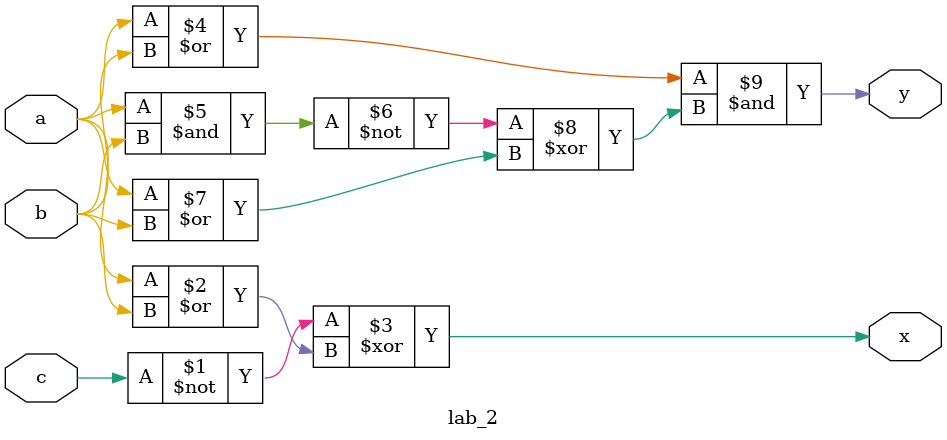
<source format=sv>
`timescale 1ns / 1ps


module lab_2(output x,y, input a,b,c);
     assign x=((~(c))^(a|b));
     assign y=(a|b)&(~(a&b)^(a|b)); 
endmodule

</source>
